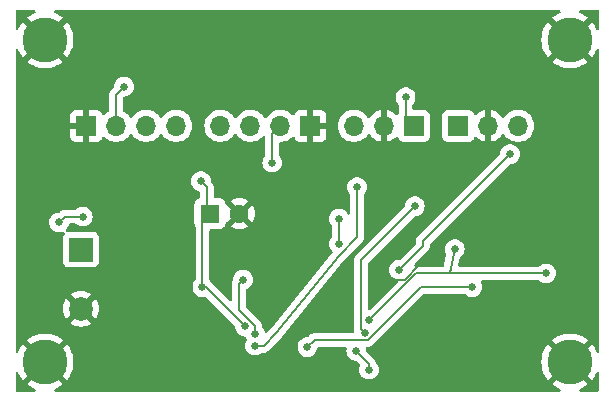
<source format=gbl>
G04 #@! TF.GenerationSoftware,KiCad,Pcbnew,8.0.3*
G04 #@! TF.CreationDate,2024-06-26T12:06:14-07:00*
G04 #@! TF.ProjectId,qiroll PAS digital logic,7169726f-6c6c-4205-9041-532064696769,rev?*
G04 #@! TF.SameCoordinates,Original*
G04 #@! TF.FileFunction,Copper,L2,Bot*
G04 #@! TF.FilePolarity,Positive*
%FSLAX46Y46*%
G04 Gerber Fmt 4.6, Leading zero omitted, Abs format (unit mm)*
G04 Created by KiCad (PCBNEW 8.0.3) date 2024-06-26 12:06:14*
%MOMM*%
%LPD*%
G01*
G04 APERTURE LIST*
G04 #@! TA.AperFunction,ComponentPad*
%ADD10R,1.600000X1.600000*%
G04 #@! TD*
G04 #@! TA.AperFunction,ComponentPad*
%ADD11C,1.600000*%
G04 #@! TD*
G04 #@! TA.AperFunction,ComponentPad*
%ADD12C,3.800000*%
G04 #@! TD*
G04 #@! TA.AperFunction,ComponentPad*
%ADD13R,1.700000X1.700000*%
G04 #@! TD*
G04 #@! TA.AperFunction,ComponentPad*
%ADD14O,1.700000X1.700000*%
G04 #@! TD*
G04 #@! TA.AperFunction,ComponentPad*
%ADD15R,2.000000X2.000000*%
G04 #@! TD*
G04 #@! TA.AperFunction,ComponentPad*
%ADD16C,2.000000*%
G04 #@! TD*
G04 #@! TA.AperFunction,ViaPad*
%ADD17C,0.650000*%
G04 #@! TD*
G04 #@! TA.AperFunction,Conductor*
%ADD18C,0.150000*%
G04 #@! TD*
G04 APERTURE END LIST*
D10*
G04 #@! TO.P,C12,1*
G04 #@! TO.N,VDD*
X128270000Y-111252000D03*
D11*
G04 #@! TO.P,C12,2*
G04 #@! TO.N,GND*
X130770000Y-111252000D03*
G04 #@! TD*
D12*
G04 #@! TO.P,H2,1,1*
G04 #@! TO.N,GND*
X114300000Y-123825000D03*
G04 #@! TD*
G04 #@! TO.P,H3,1,1*
G04 #@! TO.N,GND*
X158750000Y-96520000D03*
G04 #@! TD*
G04 #@! TO.P,H4,1,1*
G04 #@! TO.N,GND*
X114300000Y-96520000D03*
G04 #@! TD*
G04 #@! TO.P,H1,1,1*
G04 #@! TO.N,GND*
X158750000Y-123825000D03*
G04 #@! TD*
D13*
G04 #@! TO.P,J2,1,Pin_1*
G04 #@! TO.N,GND*
X136779000Y-103822500D03*
D14*
G04 #@! TO.P,J2,2,Pin_2*
G04 #@! TO.N,Net-(D2-K)*
X134239000Y-103822500D03*
G04 #@! TO.P,J2,3,Pin_3*
G04 #@! TO.N,Net-(J2-Pin_3)*
X131699000Y-103822500D03*
G04 #@! TO.P,J2,4,Pin_4*
G04 #@! TO.N,Net-(J2-Pin_4)*
X129159000Y-103822500D03*
G04 #@! TD*
D13*
G04 #@! TO.P,J3,1,Pin_1*
G04 #@! TO.N,VDD*
X145542000Y-103822500D03*
D14*
G04 #@! TO.P,J3,2,Pin_2*
G04 #@! TO.N,GND*
X143002000Y-103822500D03*
G04 #@! TO.P,J3,3,Pin_3*
G04 #@! TO.N,Net-(J3-Pin_3)*
X140462000Y-103822500D03*
G04 #@! TD*
D13*
G04 #@! TO.P,J4,1,Pin_1*
G04 #@! TO.N,GND*
X117792500Y-103822500D03*
D14*
G04 #@! TO.P,J4,2,Pin_2*
G04 #@! TO.N,Net-(J4-Pin_2)*
X120332500Y-103822500D03*
G04 #@! TO.P,J4,3,Pin_3*
G04 #@! TO.N,Net-(J4-Pin_3)*
X122872500Y-103822500D03*
G04 #@! TO.P,J4,4,Pin_4*
G04 #@! TO.N,Net-(D2-A)*
X125412500Y-103822500D03*
G04 #@! TD*
D13*
G04 #@! TO.P,J5,1,Pin_1*
G04 #@! TO.N,Net-(D2-K)*
X149288500Y-103822500D03*
D14*
G04 #@! TO.P,J5,2,Pin_2*
G04 #@! TO.N,GND*
X151828500Y-103822500D03*
G04 #@! TO.P,J5,3,Pin_3*
G04 #@! TO.N,Net-(J4-Pin_2)*
X154368500Y-103822500D03*
G04 #@! TD*
D15*
G04 #@! TO.P,C10,1*
G04 #@! TO.N,Net-(D1-K)*
X117348000Y-114300000D03*
D16*
G04 #@! TO.P,C10,2*
G04 #@! TO.N,GND*
X117348000Y-119300000D03*
G04 #@! TD*
D17*
G04 #@! TO.N,VDD*
X115500000Y-112000000D03*
X117500000Y-111500000D03*
G04 #@! TO.N,Net-(J4-Pin_2)*
X121000000Y-100500000D03*
G04 #@! TO.N,VDD*
X127500000Y-108500000D03*
G04 #@! TO.N,GND*
X160020000Y-116205000D03*
X125679200Y-111353600D03*
X124612400Y-112420400D03*
X122326400Y-110439200D03*
X122885200Y-109677200D03*
X124612400Y-111353600D03*
X125679200Y-112420400D03*
X146050000Y-125051800D03*
X153810000Y-122234600D03*
X124968000Y-110439200D03*
X145796000Y-120396000D03*
X132588000Y-119380000D03*
X156210000Y-99060000D03*
X122000000Y-116000000D03*
X122123200Y-113690400D03*
X153735000Y-109220000D03*
X132080000Y-125095000D03*
X123596400Y-110439200D03*
X127000000Y-125095000D03*
X132080000Y-123825000D03*
X142305000Y-116205000D03*
X156845000Y-106045000D03*
X136525000Y-121285000D03*
X156210500Y-125454300D03*
X121500000Y-115000000D03*
G04 #@! TO.N,Net-(U1-Pad10)*
X140732300Y-109004300D03*
X132080000Y-122428000D03*
G04 #@! TO.N,Net-(D2-K)*
X133553200Y-106934000D03*
X144283400Y-116015900D03*
X153670000Y-106222800D03*
G04 #@! TO.N,Net-(D4-A)*
X132080000Y-121412000D03*
X131064000Y-116840000D03*
G04 #@! TO.N,Net-(U1-Pad11)*
X139192000Y-113792000D03*
X139192000Y-111687900D03*
G04 #@! TO.N,VDD*
X136525000Y-122555000D03*
X150495000Y-117475000D03*
X144830800Y-101396800D03*
X131241300Y-120802400D03*
X127635000Y-117475000D03*
G04 #@! TO.N,Net-(U2A-C)*
X156750500Y-116316300D03*
X141744400Y-120289100D03*
X149000000Y-114257300D03*
G04 #@! TO.N,Net-(U2B-R)*
X141361300Y-121369990D03*
X140666264Y-122886264D03*
X145608100Y-110630600D03*
X141732000Y-124460000D03*
G04 #@! TD*
D18*
G04 #@! TO.N,VDD*
X117500000Y-111500000D02*
X116000000Y-111500000D01*
X116000000Y-111500000D02*
X115500000Y-112000000D01*
G04 #@! TO.N,Net-(J4-Pin_2)*
X120332500Y-101167500D02*
X121000000Y-100500000D01*
X120332500Y-103822500D02*
X120332500Y-101167500D01*
G04 #@! TO.N,VDD*
X128000000Y-109000000D02*
X127500000Y-108500000D01*
X128000000Y-110982000D02*
X128000000Y-109000000D01*
X128270000Y-111252000D02*
X128000000Y-110982000D01*
G04 #@! TO.N,GND*
X146000000Y-115500000D02*
X146000000Y-115609236D01*
X144769236Y-116840000D02*
X146000000Y-115609236D01*
X143510000Y-116840000D02*
X144769236Y-116840000D01*
G04 #@! TO.N,Net-(U1-Pad10)*
X139192000Y-114808000D02*
X140732300Y-113267700D01*
X139192000Y-114808000D02*
X133857400Y-121398700D01*
X132080000Y-122428000D02*
X132828100Y-122428000D01*
X132828100Y-122428000D02*
X133857400Y-121398700D01*
X140732300Y-113267700D02*
X140732300Y-109004300D01*
G04 #@! TO.N,Net-(D2-K)*
X153670000Y-106222800D02*
X153670000Y-106222800D01*
X144283400Y-116015900D02*
X146300000Y-113999300D01*
X133553200Y-104508300D02*
X134239000Y-103822500D01*
X146300000Y-113592800D02*
X153670000Y-106222800D01*
X133553200Y-106934000D02*
X133553200Y-104508300D01*
X146300000Y-113999300D02*
X146300000Y-113592800D01*
G04 #@! TO.N,Net-(D4-A)*
X131064000Y-116840000D02*
X130708400Y-117195600D01*
X132080000Y-120751600D02*
X132080000Y-121412000D01*
X130708400Y-117195600D02*
X130708400Y-119380000D01*
X130708400Y-119380000D02*
X132080000Y-120751600D01*
G04 #@! TO.N,Net-(U1-Pad11)*
X139192000Y-111687900D02*
X139192000Y-113792000D01*
G04 #@! TO.N,VDD*
X127635000Y-117475000D02*
X127635000Y-111887000D01*
X127635000Y-111887000D02*
X128270000Y-111252000D01*
X144830800Y-103111300D02*
X145542000Y-103822500D01*
X144830800Y-101396800D02*
X144830800Y-103111300D01*
X141646812Y-121949990D02*
X137130010Y-121949990D01*
X146121802Y-117475000D02*
X141646812Y-121949990D01*
X127913900Y-117475000D02*
X127635000Y-117475000D01*
X137130010Y-121949990D02*
X136525000Y-122555000D01*
X131241300Y-120802400D02*
X127913900Y-117475000D01*
X150495000Y-117475000D02*
X146121802Y-117475000D01*
G04 #@! TO.N,Net-(U2A-C)*
X145717200Y-116316300D02*
X148561100Y-116316300D01*
X148561100Y-116316300D02*
X156750500Y-116316300D01*
X148561100Y-116316300D02*
X149000000Y-114257300D01*
X141744400Y-120289100D02*
X145717200Y-116316300D01*
G04 #@! TO.N,Net-(U2B-R)*
X140716000Y-122936000D02*
X140666264Y-122886264D01*
X141732000Y-123952000D02*
X140716000Y-122936000D01*
X141036301Y-121044991D02*
X141036301Y-115202399D01*
X141361300Y-121369990D02*
X141036301Y-121044991D01*
X141036301Y-115202399D02*
X145608100Y-110630600D01*
X141732000Y-124460000D02*
X141732000Y-123952000D01*
G04 #@! TD*
G04 #@! TA.AperFunction,Conductor*
G04 #@! TO.N,GND*
G36*
X113460967Y-124541602D02*
G01*
X113583398Y-124664033D01*
X113720538Y-124763670D01*
X112784114Y-125700093D01*
X112784114Y-125700095D01*
X113007171Y-125862156D01*
X113272696Y-126008130D01*
X113432364Y-126071348D01*
X113488338Y-126115023D01*
X113511814Y-126182026D01*
X113495338Y-126251084D01*
X113444142Y-126300273D01*
X113385980Y-126314500D01*
X111936500Y-126314500D01*
X111868379Y-126294498D01*
X111821886Y-126240842D01*
X111810500Y-126188500D01*
X111810500Y-124751088D01*
X111830502Y-124682967D01*
X111884158Y-124636474D01*
X111954432Y-124626370D01*
X112019012Y-124655864D01*
X112054716Y-124709715D01*
X112055216Y-124709518D01*
X112056149Y-124711876D01*
X112056335Y-124712156D01*
X112056675Y-124713205D01*
X112185679Y-124987351D01*
X112185686Y-124987365D01*
X112348028Y-125243176D01*
X112348031Y-125243181D01*
X112427069Y-125338720D01*
X113361328Y-124404460D01*
X113460967Y-124541602D01*
G37*
G04 #@! TD.AperFunction*
G04 #@! TA.AperFunction,Conductor*
G36*
X157904101Y-94050502D02*
G01*
X157950594Y-94104158D01*
X157960698Y-94174432D01*
X157931204Y-94239012D01*
X157882364Y-94273652D01*
X157722696Y-94336869D01*
X157457175Y-94482840D01*
X157234114Y-94644903D01*
X157234114Y-94644905D01*
X158170538Y-95581329D01*
X158033398Y-95680967D01*
X157910967Y-95803398D01*
X157811329Y-95940538D01*
X156877069Y-95006278D01*
X156877068Y-95006278D01*
X156798033Y-95101816D01*
X156798031Y-95101819D01*
X156635686Y-95357634D01*
X156635679Y-95357648D01*
X156506675Y-95631796D01*
X156506673Y-95631800D01*
X156413041Y-95919967D01*
X156413039Y-95919975D01*
X156356265Y-96217594D01*
X156356262Y-96217618D01*
X156337239Y-96519993D01*
X156337239Y-96520006D01*
X156356262Y-96822381D01*
X156356265Y-96822405D01*
X156413039Y-97120024D01*
X156413041Y-97120032D01*
X156506673Y-97408199D01*
X156506675Y-97408203D01*
X156635679Y-97682351D01*
X156635686Y-97682365D01*
X156798028Y-97938176D01*
X156798031Y-97938181D01*
X156877069Y-98033720D01*
X157811328Y-97099460D01*
X157910967Y-97236602D01*
X158033398Y-97359033D01*
X158170538Y-97458670D01*
X157234114Y-98395093D01*
X157234114Y-98395095D01*
X157457171Y-98557156D01*
X157722696Y-98703130D01*
X158004410Y-98814670D01*
X158004413Y-98814671D01*
X158297902Y-98890025D01*
X158297901Y-98890025D01*
X158598485Y-98927998D01*
X158598504Y-98928000D01*
X158901496Y-98928000D01*
X158901514Y-98927998D01*
X159202098Y-98890025D01*
X159495586Y-98814671D01*
X159495589Y-98814670D01*
X159777303Y-98703130D01*
X160042823Y-98557159D01*
X160265884Y-98395095D01*
X160265884Y-98395093D01*
X159329461Y-97458670D01*
X159466602Y-97359033D01*
X159589033Y-97236602D01*
X159688670Y-97099461D01*
X160622929Y-98033720D01*
X160622930Y-98033719D01*
X160701964Y-97938185D01*
X160701967Y-97938181D01*
X160864313Y-97682365D01*
X160864320Y-97682351D01*
X160993324Y-97408205D01*
X160993665Y-97407156D01*
X160993842Y-97406896D01*
X160994784Y-97404518D01*
X160995322Y-97404731D01*
X161033737Y-97348549D01*
X161099133Y-97320910D01*
X161169090Y-97333014D01*
X161221398Y-97381018D01*
X161239500Y-97446088D01*
X161239500Y-122898911D01*
X161219498Y-122967032D01*
X161165842Y-123013525D01*
X161095568Y-123023629D01*
X161030988Y-122994135D01*
X160995282Y-122940284D01*
X160994784Y-122940482D01*
X160993851Y-122938126D01*
X160993668Y-122937850D01*
X160993329Y-122936807D01*
X160993324Y-122936796D01*
X160864320Y-122662648D01*
X160864313Y-122662634D01*
X160701971Y-122406823D01*
X160701968Y-122406819D01*
X160622929Y-122311278D01*
X159688669Y-123245537D01*
X159589033Y-123108398D01*
X159466602Y-122985967D01*
X159329461Y-122886329D01*
X160265884Y-121949905D01*
X160265884Y-121949903D01*
X160042828Y-121787843D01*
X159777303Y-121641869D01*
X159495589Y-121530329D01*
X159495586Y-121530328D01*
X159202097Y-121454974D01*
X159202098Y-121454974D01*
X158901514Y-121417001D01*
X158901496Y-121417000D01*
X158598504Y-121417000D01*
X158598485Y-121417001D01*
X158297901Y-121454974D01*
X158004413Y-121530328D01*
X158004410Y-121530329D01*
X157722696Y-121641869D01*
X157457175Y-121787840D01*
X157234114Y-121949903D01*
X157234114Y-121949905D01*
X158170538Y-122886329D01*
X158033398Y-122985967D01*
X157910967Y-123108398D01*
X157811329Y-123245538D01*
X156877069Y-122311278D01*
X156877068Y-122311278D01*
X156798033Y-122406816D01*
X156798031Y-122406819D01*
X156635686Y-122662634D01*
X156635679Y-122662648D01*
X156506675Y-122936796D01*
X156506673Y-122936800D01*
X156413041Y-123224967D01*
X156413039Y-123224975D01*
X156356265Y-123522594D01*
X156356262Y-123522618D01*
X156337239Y-123824993D01*
X156337239Y-123825006D01*
X156356262Y-124127381D01*
X156356265Y-124127405D01*
X156413039Y-124425024D01*
X156413041Y-124425032D01*
X156506673Y-124713199D01*
X156506675Y-124713203D01*
X156635679Y-124987351D01*
X156635686Y-124987365D01*
X156798028Y-125243176D01*
X156798031Y-125243181D01*
X156877069Y-125338720D01*
X157811328Y-124404460D01*
X157910967Y-124541602D01*
X158033398Y-124664033D01*
X158170538Y-124763670D01*
X157234114Y-125700093D01*
X157234114Y-125700095D01*
X157457171Y-125862156D01*
X157722696Y-126008130D01*
X157882364Y-126071348D01*
X157938338Y-126115023D01*
X157961814Y-126182026D01*
X157945338Y-126251084D01*
X157894142Y-126300273D01*
X157835980Y-126314500D01*
X115214020Y-126314500D01*
X115145899Y-126294498D01*
X115099406Y-126240842D01*
X115089302Y-126170568D01*
X115118796Y-126105988D01*
X115167636Y-126071348D01*
X115327303Y-126008130D01*
X115592823Y-125862159D01*
X115815884Y-125700095D01*
X115815884Y-125700093D01*
X114879461Y-124763670D01*
X115016602Y-124664033D01*
X115139033Y-124541602D01*
X115238670Y-124404461D01*
X116172929Y-125338720D01*
X116172930Y-125338719D01*
X116251964Y-125243185D01*
X116251967Y-125243181D01*
X116414313Y-124987365D01*
X116414320Y-124987351D01*
X116543324Y-124713203D01*
X116543326Y-124713199D01*
X116636958Y-124425032D01*
X116636960Y-124425024D01*
X116693734Y-124127405D01*
X116693737Y-124127381D01*
X116712761Y-123825006D01*
X116712761Y-123824993D01*
X116693737Y-123522618D01*
X116693734Y-123522594D01*
X116636960Y-123224975D01*
X116636958Y-123224967D01*
X116543326Y-122936800D01*
X116543324Y-122936796D01*
X116414320Y-122662648D01*
X116414313Y-122662634D01*
X116251971Y-122406823D01*
X116251968Y-122406819D01*
X116172929Y-122311278D01*
X115238669Y-123245537D01*
X115139033Y-123108398D01*
X115016602Y-122985967D01*
X114879461Y-122886329D01*
X115815884Y-121949905D01*
X115815884Y-121949903D01*
X115592828Y-121787843D01*
X115327303Y-121641869D01*
X115045589Y-121530329D01*
X115045586Y-121530328D01*
X114752097Y-121454974D01*
X114752098Y-121454974D01*
X114451514Y-121417001D01*
X114451496Y-121417000D01*
X114148504Y-121417000D01*
X114148485Y-121417001D01*
X113847901Y-121454974D01*
X113554413Y-121530328D01*
X113554410Y-121530329D01*
X113272696Y-121641869D01*
X113007175Y-121787840D01*
X112784114Y-121949903D01*
X112784114Y-121949905D01*
X113720538Y-122886329D01*
X113583398Y-122985967D01*
X113460967Y-123108398D01*
X113361329Y-123245538D01*
X112427069Y-122311278D01*
X112427068Y-122311278D01*
X112348033Y-122406816D01*
X112348031Y-122406819D01*
X112185686Y-122662634D01*
X112185679Y-122662648D01*
X112056675Y-122936796D01*
X112056670Y-122936807D01*
X112056332Y-122937850D01*
X112056156Y-122938107D01*
X112055216Y-122940482D01*
X112054677Y-122940268D01*
X112016257Y-122996455D01*
X111950860Y-123024090D01*
X111880903Y-123011982D01*
X111828598Y-122963974D01*
X111810500Y-122898911D01*
X111810500Y-119300000D01*
X115835337Y-119300000D01*
X115853960Y-119536632D01*
X115909371Y-119767437D01*
X116000208Y-119986738D01*
X116114896Y-120173890D01*
X116114897Y-120173890D01*
X116863841Y-119424946D01*
X116882075Y-119492993D01*
X116947901Y-119607007D01*
X117040993Y-119700099D01*
X117155007Y-119765925D01*
X117223051Y-119784157D01*
X116474107Y-120533101D01*
X116474108Y-120533102D01*
X116661261Y-120647791D01*
X116880562Y-120738628D01*
X117111367Y-120794039D01*
X117348000Y-120812662D01*
X117584632Y-120794039D01*
X117815437Y-120738628D01*
X118034738Y-120647791D01*
X118221890Y-120533102D01*
X118221891Y-120533102D01*
X117472947Y-119784158D01*
X117540993Y-119765925D01*
X117655007Y-119700099D01*
X117748099Y-119607007D01*
X117813925Y-119492993D01*
X117832158Y-119424947D01*
X118581102Y-120173891D01*
X118581102Y-120173890D01*
X118695791Y-119986738D01*
X118786628Y-119767437D01*
X118842039Y-119536632D01*
X118860662Y-119300000D01*
X118842039Y-119063367D01*
X118786628Y-118832562D01*
X118695791Y-118613261D01*
X118581102Y-118426108D01*
X118581101Y-118426107D01*
X117832157Y-119175051D01*
X117813925Y-119107007D01*
X117748099Y-118992993D01*
X117655007Y-118899901D01*
X117540993Y-118834075D01*
X117472946Y-118815841D01*
X118221890Y-118066897D01*
X118221890Y-118066896D01*
X118034738Y-117952208D01*
X117815437Y-117861371D01*
X117584632Y-117805960D01*
X117348000Y-117787337D01*
X117111367Y-117805960D01*
X116880562Y-117861371D01*
X116661266Y-117952206D01*
X116474108Y-118066897D01*
X116474108Y-118066898D01*
X117223052Y-118815842D01*
X117155007Y-118834075D01*
X117040993Y-118899901D01*
X116947901Y-118992993D01*
X116882075Y-119107007D01*
X116863842Y-119175052D01*
X116114898Y-118426108D01*
X116114897Y-118426108D01*
X116000206Y-118613266D01*
X115909371Y-118832562D01*
X115853960Y-119063367D01*
X115835337Y-119300000D01*
X111810500Y-119300000D01*
X111810500Y-112000000D01*
X114661909Y-112000000D01*
X114680222Y-112174248D01*
X114704693Y-112249558D01*
X114734366Y-112340882D01*
X114753728Y-112374419D01*
X114821968Y-112492615D01*
X114821969Y-112492617D01*
X114935207Y-112618379D01*
X114939208Y-112622823D01*
X115080954Y-112725808D01*
X115241016Y-112797072D01*
X115412396Y-112833500D01*
X115587604Y-112833500D01*
X115758984Y-112797072D01*
X115812226Y-112773366D01*
X115882593Y-112763932D01*
X115946890Y-112794038D01*
X115984704Y-112854126D01*
X115984029Y-112925120D01*
X115964344Y-112963982D01*
X115897113Y-113053792D01*
X115897110Y-113053797D01*
X115846011Y-113190795D01*
X115846009Y-113190803D01*
X115839500Y-113251350D01*
X115839500Y-115348649D01*
X115846009Y-115409196D01*
X115846011Y-115409204D01*
X115897110Y-115546202D01*
X115897112Y-115546207D01*
X115984738Y-115663261D01*
X116101792Y-115750887D01*
X116101794Y-115750888D01*
X116101796Y-115750889D01*
X116159908Y-115772564D01*
X116238795Y-115801988D01*
X116238803Y-115801990D01*
X116299350Y-115808499D01*
X116299355Y-115808499D01*
X116299362Y-115808500D01*
X116299368Y-115808500D01*
X118396632Y-115808500D01*
X118396638Y-115808500D01*
X118396645Y-115808499D01*
X118396649Y-115808499D01*
X118457196Y-115801990D01*
X118457199Y-115801989D01*
X118457201Y-115801989D01*
X118594204Y-115750889D01*
X118645088Y-115712798D01*
X118711261Y-115663261D01*
X118798887Y-115546207D01*
X118798887Y-115546206D01*
X118798889Y-115546204D01*
X118849989Y-115409201D01*
X118850206Y-115407188D01*
X118856499Y-115348649D01*
X118856500Y-115348632D01*
X118856500Y-113251360D01*
X118856499Y-113251350D01*
X118849990Y-113190803D01*
X118849988Y-113190795D01*
X118798889Y-113053797D01*
X118798887Y-113053792D01*
X118711261Y-112936738D01*
X118594207Y-112849112D01*
X118594202Y-112849110D01*
X118457204Y-112798011D01*
X118457196Y-112798009D01*
X118396649Y-112791500D01*
X118396638Y-112791500D01*
X116299362Y-112791500D01*
X116299350Y-112791500D01*
X116238803Y-112798009D01*
X116238796Y-112798011D01*
X116214908Y-112806921D01*
X116144092Y-112811985D01*
X116081780Y-112777959D01*
X116047756Y-112715646D01*
X116052822Y-112644831D01*
X116077239Y-112604556D01*
X116178030Y-112492618D01*
X116265634Y-112340882D01*
X116319777Y-112174249D01*
X116320975Y-112170563D01*
X116361049Y-112111958D01*
X116426446Y-112084321D01*
X116440808Y-112083500D01*
X116847703Y-112083500D01*
X116915824Y-112103502D01*
X116933894Y-112118861D01*
X116934304Y-112118407D01*
X116939204Y-112122818D01*
X116939208Y-112122823D01*
X117080954Y-112225808D01*
X117241016Y-112297072D01*
X117412396Y-112333500D01*
X117587604Y-112333500D01*
X117758984Y-112297072D01*
X117919046Y-112225808D01*
X118060792Y-112122823D01*
X118178030Y-111992618D01*
X118265634Y-111840882D01*
X118319777Y-111674249D01*
X118338091Y-111500000D01*
X118319777Y-111325751D01*
X118265634Y-111159118D01*
X118178030Y-111007382D01*
X118060792Y-110877177D01*
X117919046Y-110774192D01*
X117758984Y-110702928D01*
X117587604Y-110666500D01*
X117412396Y-110666500D01*
X117241015Y-110702928D01*
X117080950Y-110774194D01*
X116939210Y-110877175D01*
X116934304Y-110881593D01*
X116932886Y-110880018D01*
X116880891Y-110912051D01*
X116847703Y-110916500D01*
X116076820Y-110916500D01*
X115923181Y-110916500D01*
X115843655Y-110937808D01*
X115774780Y-110956263D01*
X115774773Y-110956266D01*
X115641726Y-111033081D01*
X115641721Y-111033085D01*
X115609732Y-111065075D01*
X115545210Y-111129596D01*
X115482901Y-111163620D01*
X115456117Y-111166500D01*
X115412396Y-111166500D01*
X115241015Y-111202928D01*
X115080950Y-111274194D01*
X114939210Y-111377175D01*
X114821969Y-111507382D01*
X114821968Y-111507384D01*
X114734369Y-111659112D01*
X114734366Y-111659119D01*
X114680222Y-111825751D01*
X114661909Y-112000000D01*
X111810500Y-112000000D01*
X111810500Y-108500000D01*
X126661909Y-108500000D01*
X126680222Y-108674248D01*
X126707809Y-108759150D01*
X126734366Y-108840882D01*
X126821970Y-108992618D01*
X126939208Y-109122823D01*
X127080954Y-109225808D01*
X127241016Y-109297072D01*
X127316696Y-109313158D01*
X127379170Y-109346886D01*
X127413491Y-109409035D01*
X127416500Y-109436405D01*
X127416500Y-109841752D01*
X127396498Y-109909873D01*
X127342842Y-109956366D01*
X127334533Y-109959807D01*
X127223797Y-110001110D01*
X127223792Y-110001112D01*
X127106738Y-110088738D01*
X127019112Y-110205792D01*
X127019110Y-110205797D01*
X126968011Y-110342795D01*
X126968009Y-110342803D01*
X126961500Y-110403350D01*
X126961500Y-112100649D01*
X126968009Y-112161196D01*
X126968011Y-112161204D01*
X127019109Y-112298201D01*
X127019110Y-112298202D01*
X127019111Y-112298204D01*
X127026369Y-112307899D01*
X127051179Y-112374419D01*
X127051500Y-112383407D01*
X127051500Y-116829028D01*
X127031498Y-116897149D01*
X127019137Y-116913338D01*
X126956969Y-116982382D01*
X126956968Y-116982384D01*
X126878220Y-117118782D01*
X126869366Y-117134118D01*
X126864271Y-117149800D01*
X126815222Y-117300751D01*
X126796909Y-117475000D01*
X126815222Y-117649248D01*
X126820216Y-117664616D01*
X126869366Y-117815882D01*
X126869369Y-117815887D01*
X126956968Y-117967615D01*
X126956969Y-117967617D01*
X127070641Y-118093861D01*
X127074208Y-118097823D01*
X127215954Y-118200808D01*
X127376016Y-118272072D01*
X127547396Y-118308500D01*
X127722600Y-118308500D01*
X127722604Y-118308500D01*
X127820302Y-118287733D01*
X127891090Y-118293135D01*
X127935591Y-118321885D01*
X130370143Y-120756437D01*
X130404169Y-120818749D01*
X130406358Y-120832362D01*
X130421522Y-120976648D01*
X130449109Y-121061550D01*
X130475666Y-121143282D01*
X130475669Y-121143287D01*
X130548949Y-121270214D01*
X130563270Y-121295018D01*
X130680508Y-121425223D01*
X130822254Y-121528208D01*
X130982316Y-121599472D01*
X131153696Y-121635900D01*
X131184812Y-121635900D01*
X131252933Y-121655902D01*
X131299426Y-121709558D01*
X131304641Y-121722954D01*
X131309771Y-121738739D01*
X131314366Y-121752882D01*
X131374478Y-121857001D01*
X131391215Y-121925997D01*
X131374478Y-121982999D01*
X131314367Y-122087115D01*
X131314366Y-122087119D01*
X131260222Y-122253751D01*
X131241909Y-122428000D01*
X131260222Y-122602248D01*
X131279848Y-122662648D01*
X131314366Y-122768882D01*
X131314369Y-122768887D01*
X131401968Y-122920615D01*
X131401969Y-122920617D01*
X131468166Y-122994135D01*
X131519208Y-123050823D01*
X131660954Y-123153808D01*
X131821016Y-123225072D01*
X131992396Y-123261500D01*
X132167604Y-123261500D01*
X132338984Y-123225072D01*
X132499046Y-123153808D01*
X132640792Y-123050823D01*
X132640800Y-123050814D01*
X132645696Y-123046407D01*
X132647113Y-123047981D01*
X132699109Y-123015949D01*
X132732297Y-123011500D01*
X132904917Y-123011500D01*
X132904919Y-123011500D01*
X133053323Y-122971735D01*
X133141860Y-122920618D01*
X133186378Y-122894916D01*
X133526293Y-122555000D01*
X135686909Y-122555000D01*
X135705222Y-122729248D01*
X135718102Y-122768887D01*
X135759366Y-122895882D01*
X135773646Y-122920616D01*
X135827286Y-123013525D01*
X135846970Y-123047618D01*
X135964208Y-123177823D01*
X136105954Y-123280808D01*
X136266016Y-123352072D01*
X136437396Y-123388500D01*
X136612604Y-123388500D01*
X136783984Y-123352072D01*
X136944046Y-123280808D01*
X137085792Y-123177823D01*
X137203030Y-123047618D01*
X137290634Y-122895882D01*
X137344777Y-122729249D01*
X137353493Y-122646319D01*
X137380506Y-122580663D01*
X137438727Y-122540033D01*
X137478803Y-122533490D01*
X139731069Y-122533490D01*
X139799190Y-122553492D01*
X139845683Y-122607148D01*
X139855787Y-122677422D01*
X139850902Y-122698427D01*
X139846486Y-122712015D01*
X139828173Y-122886264D01*
X139846486Y-123060512D01*
X139862046Y-123108398D01*
X139900630Y-123227146D01*
X139988234Y-123378882D01*
X140105472Y-123509087D01*
X140247218Y-123612072D01*
X140407280Y-123683336D01*
X140578660Y-123719764D01*
X140622380Y-123719764D01*
X140690501Y-123739766D01*
X140711475Y-123756669D01*
X140938267Y-123983461D01*
X140972293Y-124045773D01*
X140967516Y-124112550D01*
X140968406Y-124112839D01*
X140967239Y-124116429D01*
X140967228Y-124116588D01*
X140967031Y-124117068D01*
X140912222Y-124285751D01*
X140893909Y-124460000D01*
X140912222Y-124634248D01*
X140929044Y-124686018D01*
X140966366Y-124800882D01*
X140966369Y-124800887D01*
X141053968Y-124952615D01*
X141053969Y-124952617D01*
X141085257Y-124987365D01*
X141171208Y-125082823D01*
X141312954Y-125185808D01*
X141473016Y-125257072D01*
X141644396Y-125293500D01*
X141819604Y-125293500D01*
X141990984Y-125257072D01*
X142151046Y-125185808D01*
X142292792Y-125082823D01*
X142410030Y-124952618D01*
X142497634Y-124800882D01*
X142551777Y-124634249D01*
X142570091Y-124460000D01*
X142551777Y-124285751D01*
X142497634Y-124119118D01*
X142410030Y-123967382D01*
X142330863Y-123879459D01*
X142302793Y-123827760D01*
X142275735Y-123726777D01*
X142209510Y-123612072D01*
X142198916Y-123593722D01*
X141537420Y-122932226D01*
X141503394Y-122869914D01*
X141501207Y-122856312D01*
X141486041Y-122712015D01*
X141481626Y-122698427D01*
X141479598Y-122627459D01*
X141516260Y-122566661D01*
X141579972Y-122535336D01*
X141601459Y-122533490D01*
X141723629Y-122533490D01*
X141723631Y-122533490D01*
X141872035Y-122493725D01*
X141985874Y-122428000D01*
X142005090Y-122416906D01*
X146326590Y-118095404D01*
X146388902Y-118061380D01*
X146415685Y-118058500D01*
X149842703Y-118058500D01*
X149910824Y-118078502D01*
X149928894Y-118093861D01*
X149929304Y-118093407D01*
X149934204Y-118097818D01*
X149934208Y-118097823D01*
X150075954Y-118200808D01*
X150236016Y-118272072D01*
X150407396Y-118308500D01*
X150582604Y-118308500D01*
X150753984Y-118272072D01*
X150914046Y-118200808D01*
X151055792Y-118097823D01*
X151173030Y-117967618D01*
X151260634Y-117815882D01*
X151314777Y-117649249D01*
X151333091Y-117475000D01*
X151314777Y-117300751D01*
X151260634Y-117134118D01*
X151234470Y-117088800D01*
X151217732Y-117019804D01*
X151240953Y-116952712D01*
X151296760Y-116908825D01*
X151343589Y-116899800D01*
X156098203Y-116899800D01*
X156166324Y-116919802D01*
X156184394Y-116935161D01*
X156184804Y-116934707D01*
X156189704Y-116939118D01*
X156189708Y-116939123D01*
X156331454Y-117042108D01*
X156491516Y-117113372D01*
X156662896Y-117149800D01*
X156838104Y-117149800D01*
X157009484Y-117113372D01*
X157169546Y-117042108D01*
X157311292Y-116939123D01*
X157428530Y-116808918D01*
X157516134Y-116657182D01*
X157570277Y-116490549D01*
X157588591Y-116316300D01*
X157570277Y-116142051D01*
X157516134Y-115975418D01*
X157428530Y-115823682D01*
X157311292Y-115693477D01*
X157169546Y-115590492D01*
X157009484Y-115519228D01*
X156838104Y-115482800D01*
X156662896Y-115482800D01*
X156491515Y-115519228D01*
X156331450Y-115590494D01*
X156189710Y-115693475D01*
X156184804Y-115697893D01*
X156183386Y-115696318D01*
X156131391Y-115728351D01*
X156098203Y-115732800D01*
X149437778Y-115732800D01*
X149369657Y-115712798D01*
X149323164Y-115659142D01*
X149313060Y-115588868D01*
X149314547Y-115580532D01*
X149376457Y-115290094D01*
X149436007Y-115010727D01*
X149469771Y-114948274D01*
X149485170Y-114935065D01*
X149560792Y-114880123D01*
X149678030Y-114749918D01*
X149765634Y-114598182D01*
X149819777Y-114431549D01*
X149838091Y-114257300D01*
X149819777Y-114083051D01*
X149765634Y-113916418D01*
X149678030Y-113764682D01*
X149560792Y-113634477D01*
X149419046Y-113531492D01*
X149258984Y-113460228D01*
X149087604Y-113423800D01*
X148912396Y-113423800D01*
X148741015Y-113460228D01*
X148580950Y-113531494D01*
X148439210Y-113634475D01*
X148321969Y-113764682D01*
X148321968Y-113764684D01*
X148234369Y-113916412D01*
X148234366Y-113916419D01*
X148180222Y-114083051D01*
X148161909Y-114257300D01*
X148180222Y-114431548D01*
X148193996Y-114473938D01*
X148234365Y-114598180D01*
X148234367Y-114598184D01*
X148280539Y-114678158D01*
X148297276Y-114747154D01*
X148294650Y-114767425D01*
X148110129Y-115633068D01*
X148076365Y-115695522D01*
X148014196Y-115729807D01*
X147986898Y-115732800D01*
X145695884Y-115732800D01*
X145627763Y-115712798D01*
X145581270Y-115659142D01*
X145571166Y-115588868D01*
X145600660Y-115524288D01*
X145606789Y-115517705D01*
X146766910Y-114357584D01*
X146766910Y-114357583D01*
X146766916Y-114357578D01*
X146824811Y-114257300D01*
X146843735Y-114224523D01*
X146883500Y-114076119D01*
X146883500Y-113886684D01*
X146903502Y-113818563D01*
X146920405Y-113797589D01*
X153624789Y-107093205D01*
X153687101Y-107059179D01*
X153713884Y-107056300D01*
X153757604Y-107056300D01*
X153928984Y-107019872D01*
X154089046Y-106948608D01*
X154230792Y-106845623D01*
X154348030Y-106715418D01*
X154435634Y-106563682D01*
X154489777Y-106397049D01*
X154508091Y-106222800D01*
X154489777Y-106048551D01*
X154435634Y-105881918D01*
X154348030Y-105730182D01*
X154230792Y-105599977D01*
X154089046Y-105496992D01*
X153928984Y-105425728D01*
X153757604Y-105389300D01*
X153582396Y-105389300D01*
X153411015Y-105425728D01*
X153250950Y-105496994D01*
X153109210Y-105599975D01*
X152991969Y-105730182D01*
X152991968Y-105730184D01*
X152904369Y-105881912D01*
X152904366Y-105881919D01*
X152850222Y-106048551D01*
X152835058Y-106192836D01*
X152808045Y-106258493D01*
X152798843Y-106268761D01*
X145833089Y-113234515D01*
X145833082Y-113234525D01*
X145823363Y-113251360D01*
X145823362Y-113251362D01*
X145756267Y-113367572D01*
X145756265Y-113367577D01*
X145722679Y-113492923D01*
X145716500Y-113515982D01*
X145716500Y-113705416D01*
X145696498Y-113773537D01*
X145679595Y-113794511D01*
X144328611Y-115145495D01*
X144266299Y-115179521D01*
X144239516Y-115182400D01*
X144195796Y-115182400D01*
X144024415Y-115218828D01*
X143864350Y-115290094D01*
X143722610Y-115393075D01*
X143605369Y-115523282D01*
X143605368Y-115523284D01*
X143517769Y-115675012D01*
X143517766Y-115675018D01*
X143505490Y-115712798D01*
X143463622Y-115841651D01*
X143445309Y-116015900D01*
X143463622Y-116190148D01*
X143472404Y-116217175D01*
X143517766Y-116356782D01*
X143517769Y-116356787D01*
X143599943Y-116499119D01*
X143605370Y-116508518D01*
X143722608Y-116638723D01*
X143864354Y-116741708D01*
X144024416Y-116812972D01*
X144103322Y-116829744D01*
X144165795Y-116863473D01*
X144200117Y-116925622D01*
X144195389Y-116996461D01*
X144166220Y-117042086D01*
X141834896Y-119373410D01*
X141772584Y-119407436D01*
X141701769Y-119402371D01*
X141644933Y-119359824D01*
X141620122Y-119293304D01*
X141619801Y-119284315D01*
X141619801Y-115496283D01*
X141639803Y-115428162D01*
X141656706Y-115407188D01*
X145562889Y-111501005D01*
X145625201Y-111466979D01*
X145651984Y-111464100D01*
X145695704Y-111464100D01*
X145867084Y-111427672D01*
X146027146Y-111356408D01*
X146168892Y-111253423D01*
X146286130Y-111123218D01*
X146373734Y-110971482D01*
X146427877Y-110804849D01*
X146446191Y-110630600D01*
X146427877Y-110456351D01*
X146373734Y-110289718D01*
X146286130Y-110137982D01*
X146168892Y-110007777D01*
X146027146Y-109904792D01*
X145867084Y-109833528D01*
X145695704Y-109797100D01*
X145520496Y-109797100D01*
X145349115Y-109833528D01*
X145189050Y-109904794D01*
X145047310Y-110007775D01*
X144930069Y-110137982D01*
X144930068Y-110137984D01*
X144842469Y-110289712D01*
X144842466Y-110289719D01*
X144788322Y-110456351D01*
X144773158Y-110600636D01*
X144746145Y-110666293D01*
X144736943Y-110676561D01*
X140569391Y-114844113D01*
X140569384Y-114844123D01*
X140536502Y-114901077D01*
X140492568Y-114977171D01*
X140492565Y-114977178D01*
X140467355Y-115071261D01*
X140452801Y-115125580D01*
X140452801Y-121121810D01*
X140475863Y-121207881D01*
X140474174Y-121278855D01*
X140434380Y-121337651D01*
X140369116Y-121365599D01*
X140354157Y-121366490D01*
X137053191Y-121366490D01*
X136990469Y-121383296D01*
X136904788Y-121406254D01*
X136904785Y-121406256D01*
X136871936Y-121425222D01*
X136871935Y-121425222D01*
X136771735Y-121483071D01*
X136771729Y-121483076D01*
X136670970Y-121583835D01*
X136570209Y-121684596D01*
X136507900Y-121718620D01*
X136481116Y-121721500D01*
X136437396Y-121721500D01*
X136266015Y-121757928D01*
X136105950Y-121829194D01*
X135964210Y-121932175D01*
X135846969Y-122062382D01*
X135846968Y-122062384D01*
X135759369Y-122214112D01*
X135759366Y-122214119D01*
X135705222Y-122380751D01*
X135686909Y-122555000D01*
X133526293Y-122555000D01*
X134230577Y-121850715D01*
X134245575Y-121837903D01*
X134262617Y-121825517D01*
X134287501Y-121794772D01*
X134296345Y-121784948D01*
X134324316Y-121756978D01*
X134334848Y-121738733D01*
X134346028Y-121722464D01*
X139622112Y-115204058D01*
X139630927Y-115194265D01*
X141199216Y-113625978D01*
X141262722Y-113515981D01*
X141276035Y-113492923D01*
X141315800Y-113344519D01*
X141315800Y-109650270D01*
X141335802Y-109582149D01*
X141348165Y-109565958D01*
X141410330Y-109496918D01*
X141497934Y-109345182D01*
X141552077Y-109178549D01*
X141570391Y-109004300D01*
X141552077Y-108830051D01*
X141497934Y-108663418D01*
X141410330Y-108511682D01*
X141293092Y-108381477D01*
X141151346Y-108278492D01*
X140991284Y-108207228D01*
X140819904Y-108170800D01*
X140644696Y-108170800D01*
X140473315Y-108207228D01*
X140313250Y-108278494D01*
X140171510Y-108381475D01*
X140054269Y-108511682D01*
X140054268Y-108511684D01*
X139966669Y-108663412D01*
X139966666Y-108663419D01*
X139912522Y-108830051D01*
X139894209Y-109004300D01*
X139912522Y-109178548D01*
X139940109Y-109263450D01*
X139966666Y-109345182D01*
X139966666Y-109345183D01*
X139966667Y-109345184D01*
X140054270Y-109496918D01*
X140116435Y-109565958D01*
X140147153Y-109629965D01*
X140148800Y-109650270D01*
X140148800Y-111207888D01*
X140128798Y-111276009D01*
X140075142Y-111322502D01*
X140004868Y-111332606D01*
X139940288Y-111303112D01*
X139913681Y-111270888D01*
X139870031Y-111195284D01*
X139870030Y-111195282D01*
X139752792Y-111065077D01*
X139611046Y-110962092D01*
X139450984Y-110890828D01*
X139279604Y-110854400D01*
X139104396Y-110854400D01*
X138933015Y-110890828D01*
X138772950Y-110962094D01*
X138631210Y-111065075D01*
X138513969Y-111195282D01*
X138513968Y-111195284D01*
X138426369Y-111347012D01*
X138426366Y-111347018D01*
X138423315Y-111356408D01*
X138372222Y-111513651D01*
X138353909Y-111687900D01*
X138372222Y-111862148D01*
X138399809Y-111947050D01*
X138426366Y-112028782D01*
X138426366Y-112028783D01*
X138426367Y-112028784D01*
X138513970Y-112180518D01*
X138576135Y-112249558D01*
X138606853Y-112313565D01*
X138608500Y-112333870D01*
X138608500Y-113146028D01*
X138588498Y-113214149D01*
X138576137Y-113230338D01*
X138513969Y-113299382D01*
X138513968Y-113299384D01*
X138426369Y-113451112D01*
X138426366Y-113451119D01*
X138372222Y-113617751D01*
X138353909Y-113792000D01*
X138372222Y-113966248D01*
X138399809Y-114051150D01*
X138426366Y-114132882D01*
X138426369Y-114132887D01*
X138498198Y-114257301D01*
X138513970Y-114284618D01*
X138626804Y-114409932D01*
X138657521Y-114473938D01*
X138648758Y-114544392D01*
X138631106Y-114573514D01*
X133427300Y-121002624D01*
X133418457Y-121012447D01*
X133114472Y-121316432D01*
X133052160Y-121350458D01*
X132981345Y-121345393D01*
X132924509Y-121302846D01*
X132901490Y-121244139D01*
X132901151Y-121244212D01*
X132900714Y-121242160D01*
X132900067Y-121240508D01*
X132899777Y-121237751D01*
X132845634Y-121071118D01*
X132758030Y-120919382D01*
X132695863Y-120850338D01*
X132665146Y-120786330D01*
X132663500Y-120766028D01*
X132663500Y-120674782D01*
X132656268Y-120647791D01*
X132623735Y-120526377D01*
X132576245Y-120444122D01*
X132546916Y-120393322D01*
X132546913Y-120393319D01*
X132546910Y-120393315D01*
X131328805Y-119175210D01*
X131294779Y-119112898D01*
X131291900Y-119086115D01*
X131291900Y-117732737D01*
X131311902Y-117664616D01*
X131365558Y-117618123D01*
X131366607Y-117617649D01*
X131483046Y-117565808D01*
X131624792Y-117462823D01*
X131742030Y-117332618D01*
X131829634Y-117180882D01*
X131883777Y-117014249D01*
X131902091Y-116840000D01*
X131883777Y-116665751D01*
X131829634Y-116499118D01*
X131742030Y-116347382D01*
X131624792Y-116217177D01*
X131483046Y-116114192D01*
X131322984Y-116042928D01*
X131151604Y-116006500D01*
X130976396Y-116006500D01*
X130805015Y-116042928D01*
X130644950Y-116114194D01*
X130503210Y-116217175D01*
X130385969Y-116347382D01*
X130385968Y-116347384D01*
X130298369Y-116499112D01*
X130298366Y-116499119D01*
X130244222Y-116665751D01*
X130225586Y-116843070D01*
X130209396Y-116892899D01*
X130164666Y-116970373D01*
X130164665Y-116970377D01*
X130126350Y-117113372D01*
X130124900Y-117118782D01*
X130124900Y-118556616D01*
X130104898Y-118624737D01*
X130051242Y-118671230D01*
X129980968Y-118681334D01*
X129916388Y-118651840D01*
X129909805Y-118645711D01*
X128415674Y-117151580D01*
X128395650Y-117125485D01*
X128313031Y-116982384D01*
X128313030Y-116982382D01*
X128250863Y-116913338D01*
X128220146Y-116849330D01*
X128218500Y-116829028D01*
X128218500Y-112686500D01*
X128238502Y-112618379D01*
X128292158Y-112571886D01*
X128344500Y-112560500D01*
X129118632Y-112560500D01*
X129118638Y-112560500D01*
X129118645Y-112560499D01*
X129118649Y-112560499D01*
X129179196Y-112553990D01*
X129179199Y-112553989D01*
X129179201Y-112553989D01*
X129316204Y-112502889D01*
X129329925Y-112492618D01*
X129433261Y-112415261D01*
X129520887Y-112298207D01*
X129520887Y-112298206D01*
X129520889Y-112298204D01*
X129571989Y-112161201D01*
X129575699Y-112126700D01*
X129578861Y-112097283D01*
X129579908Y-112097395D01*
X129602056Y-112034567D01*
X129658113Y-111991000D01*
X129674105Y-111988682D01*
X130370000Y-111292788D01*
X130370000Y-111304661D01*
X130397259Y-111406394D01*
X130449920Y-111497606D01*
X130524394Y-111572080D01*
X130615606Y-111624741D01*
X130717339Y-111652000D01*
X130729210Y-111652000D01*
X130042110Y-112339098D01*
X130042110Y-112339100D01*
X130113498Y-112389086D01*
X130320926Y-112485811D01*
X130320931Y-112485813D01*
X130541999Y-112545048D01*
X130541995Y-112545048D01*
X130770000Y-112564995D01*
X130998002Y-112545048D01*
X131219068Y-112485813D01*
X131219073Y-112485811D01*
X131426497Y-112389088D01*
X131497888Y-112339099D01*
X131497888Y-112339097D01*
X130810791Y-111652000D01*
X130822661Y-111652000D01*
X130924394Y-111624741D01*
X131015606Y-111572080D01*
X131090080Y-111497606D01*
X131142741Y-111406394D01*
X131170000Y-111304661D01*
X131170000Y-111292791D01*
X131857097Y-111979888D01*
X131857099Y-111979888D01*
X131907088Y-111908497D01*
X132003811Y-111701073D01*
X132003813Y-111701068D01*
X132063048Y-111480002D01*
X132082995Y-111252000D01*
X132063048Y-111023997D01*
X132003813Y-110802931D01*
X132003811Y-110802926D01*
X131907086Y-110595498D01*
X131857100Y-110524110D01*
X131857098Y-110524110D01*
X131170000Y-111211208D01*
X131170000Y-111199339D01*
X131142741Y-111097606D01*
X131090080Y-111006394D01*
X131015606Y-110931920D01*
X130924394Y-110879259D01*
X130822661Y-110852000D01*
X130810790Y-110852000D01*
X131497888Y-110164899D01*
X131497888Y-110164898D01*
X131426501Y-110114913D01*
X131219073Y-110018188D01*
X131219068Y-110018186D01*
X130998000Y-109958951D01*
X130998004Y-109958951D01*
X130770000Y-109939004D01*
X130541997Y-109958951D01*
X130320931Y-110018186D01*
X130320926Y-110018188D01*
X130113500Y-110114913D01*
X130042109Y-110164900D01*
X130729209Y-110852000D01*
X130717339Y-110852000D01*
X130615606Y-110879259D01*
X130524394Y-110931920D01*
X130449920Y-111006394D01*
X130397259Y-111097606D01*
X130370000Y-111199339D01*
X130370000Y-111211209D01*
X129671219Y-110512428D01*
X129645649Y-110507289D01*
X129594657Y-110457890D01*
X129579666Y-110406630D01*
X129578861Y-110406717D01*
X129571990Y-110342803D01*
X129571988Y-110342795D01*
X129520889Y-110205797D01*
X129520887Y-110205792D01*
X129433261Y-110088738D01*
X129316207Y-110001112D01*
X129316202Y-110001110D01*
X129179204Y-109950011D01*
X129179196Y-109950009D01*
X129118649Y-109943500D01*
X129118638Y-109943500D01*
X128709500Y-109943500D01*
X128641379Y-109923498D01*
X128594886Y-109869842D01*
X128583500Y-109817500D01*
X128583500Y-108923182D01*
X128561448Y-108840880D01*
X128555845Y-108819971D01*
X128543736Y-108774778D01*
X128485695Y-108674249D01*
X128466918Y-108641726D01*
X128466914Y-108641721D01*
X128371154Y-108545961D01*
X128337131Y-108483652D01*
X128334943Y-108470051D01*
X128319777Y-108325751D01*
X128265634Y-108159118D01*
X128178030Y-108007382D01*
X128060792Y-107877177D01*
X127919046Y-107774192D01*
X127758984Y-107702928D01*
X127587604Y-107666500D01*
X127412396Y-107666500D01*
X127241015Y-107702928D01*
X127080950Y-107774194D01*
X126939210Y-107877175D01*
X126821969Y-108007382D01*
X126821968Y-108007384D01*
X126734369Y-108159112D01*
X126734366Y-108159119D01*
X126680222Y-108325751D01*
X126661909Y-108500000D01*
X111810500Y-108500000D01*
X111810500Y-102923902D01*
X116434500Y-102923902D01*
X116434500Y-103568500D01*
X117361797Y-103568500D01*
X117326575Y-103629507D01*
X117292500Y-103756674D01*
X117292500Y-103888326D01*
X117326575Y-104015493D01*
X117361797Y-104076500D01*
X116434500Y-104076500D01*
X116434500Y-104721097D01*
X116441005Y-104781593D01*
X116492055Y-104918464D01*
X116492055Y-104918465D01*
X116579595Y-105035404D01*
X116696534Y-105122944D01*
X116833406Y-105173994D01*
X116893902Y-105180499D01*
X116893915Y-105180500D01*
X117538500Y-105180500D01*
X117538500Y-104253202D01*
X117599507Y-104288425D01*
X117726674Y-104322500D01*
X117858326Y-104322500D01*
X117985493Y-104288425D01*
X118046500Y-104253202D01*
X118046500Y-105180500D01*
X118691085Y-105180500D01*
X118691097Y-105180499D01*
X118751593Y-105173994D01*
X118888464Y-105122944D01*
X118888465Y-105122944D01*
X119005404Y-105035404D01*
X119092944Y-104918465D01*
X119137118Y-104800030D01*
X119179665Y-104743194D01*
X119246185Y-104718383D01*
X119315559Y-104733474D01*
X119347872Y-104758722D01*
X119385794Y-104799915D01*
X119409262Y-104825408D01*
X119463831Y-104867881D01*
X119586924Y-104963689D01*
X119784926Y-105070842D01*
X119784927Y-105070842D01*
X119784928Y-105070843D01*
X119896727Y-105109223D01*
X119997865Y-105143944D01*
X120219931Y-105181000D01*
X120219935Y-105181000D01*
X120445065Y-105181000D01*
X120445069Y-105181000D01*
X120667135Y-105143944D01*
X120880074Y-105070842D01*
X121078076Y-104963689D01*
X121255740Y-104825406D01*
X121408222Y-104659768D01*
X121408427Y-104659455D01*
X121415279Y-104648967D01*
X121497018Y-104523854D01*
X121551020Y-104477768D01*
X121621368Y-104468192D01*
X121685725Y-104498169D01*
X121707980Y-104523853D01*
X121741107Y-104574558D01*
X121796775Y-104659765D01*
X121796779Y-104659770D01*
X121949262Y-104825408D01*
X122003831Y-104867881D01*
X122126924Y-104963689D01*
X122324926Y-105070842D01*
X122324927Y-105070842D01*
X122324928Y-105070843D01*
X122436727Y-105109223D01*
X122537865Y-105143944D01*
X122759931Y-105181000D01*
X122759935Y-105181000D01*
X122985065Y-105181000D01*
X122985069Y-105181000D01*
X123207135Y-105143944D01*
X123420074Y-105070842D01*
X123618076Y-104963689D01*
X123795740Y-104825406D01*
X123948222Y-104659768D01*
X123948427Y-104659455D01*
X123955279Y-104648967D01*
X124037018Y-104523854D01*
X124091020Y-104477768D01*
X124161368Y-104468192D01*
X124225725Y-104498169D01*
X124247980Y-104523853D01*
X124281107Y-104574558D01*
X124336775Y-104659765D01*
X124336779Y-104659770D01*
X124489262Y-104825408D01*
X124543831Y-104867881D01*
X124666924Y-104963689D01*
X124864926Y-105070842D01*
X124864927Y-105070842D01*
X124864928Y-105070843D01*
X124976727Y-105109223D01*
X125077865Y-105143944D01*
X125299931Y-105181000D01*
X125299935Y-105181000D01*
X125525065Y-105181000D01*
X125525069Y-105181000D01*
X125747135Y-105143944D01*
X125960074Y-105070842D01*
X126158076Y-104963689D01*
X126335740Y-104825406D01*
X126488222Y-104659768D01*
X126488427Y-104659455D01*
X126495279Y-104648967D01*
X126611360Y-104471291D01*
X126701796Y-104265116D01*
X126757064Y-104046868D01*
X126775656Y-103822500D01*
X127795844Y-103822500D01*
X127811836Y-104015493D01*
X127814437Y-104046875D01*
X127869702Y-104265112D01*
X127869703Y-104265113D01*
X127960141Y-104471293D01*
X128083275Y-104659765D01*
X128083279Y-104659770D01*
X128235762Y-104825408D01*
X128290331Y-104867881D01*
X128413424Y-104963689D01*
X128611426Y-105070842D01*
X128611427Y-105070842D01*
X128611428Y-105070843D01*
X128723227Y-105109223D01*
X128824365Y-105143944D01*
X129046431Y-105181000D01*
X129046435Y-105181000D01*
X129271565Y-105181000D01*
X129271569Y-105181000D01*
X129493635Y-105143944D01*
X129706574Y-105070842D01*
X129904576Y-104963689D01*
X130082240Y-104825406D01*
X130234722Y-104659768D01*
X130234927Y-104659455D01*
X130241779Y-104648967D01*
X130323518Y-104523854D01*
X130377520Y-104477768D01*
X130447868Y-104468192D01*
X130512225Y-104498169D01*
X130534480Y-104523853D01*
X130567607Y-104574558D01*
X130623275Y-104659765D01*
X130623279Y-104659770D01*
X130775762Y-104825408D01*
X130830331Y-104867881D01*
X130953424Y-104963689D01*
X131151426Y-105070842D01*
X131151427Y-105070842D01*
X131151428Y-105070843D01*
X131263227Y-105109223D01*
X131364365Y-105143944D01*
X131586431Y-105181000D01*
X131586435Y-105181000D01*
X131811565Y-105181000D01*
X131811569Y-105181000D01*
X132033635Y-105143944D01*
X132246574Y-105070842D01*
X132444576Y-104963689D01*
X132622240Y-104825406D01*
X132750999Y-104685538D01*
X132811853Y-104648967D01*
X132882817Y-104651102D01*
X132941362Y-104691264D01*
X132968900Y-104756702D01*
X132969700Y-104770876D01*
X132969700Y-106288028D01*
X132949698Y-106356149D01*
X132937337Y-106372338D01*
X132875169Y-106441382D01*
X132875168Y-106441384D01*
X132787569Y-106593112D01*
X132787566Y-106593119D01*
X132733422Y-106759751D01*
X132715109Y-106934000D01*
X132733422Y-107108248D01*
X132761009Y-107193150D01*
X132787566Y-107274882D01*
X132875170Y-107426618D01*
X132992408Y-107556823D01*
X133134154Y-107659808D01*
X133294216Y-107731072D01*
X133465596Y-107767500D01*
X133640804Y-107767500D01*
X133812184Y-107731072D01*
X133972246Y-107659808D01*
X134113992Y-107556823D01*
X134231230Y-107426618D01*
X134318834Y-107274882D01*
X134372977Y-107108249D01*
X134391291Y-106934000D01*
X134372977Y-106759751D01*
X134318834Y-106593118D01*
X134231230Y-106441382D01*
X134169063Y-106372338D01*
X134138346Y-106308330D01*
X134136700Y-106288028D01*
X134136700Y-105307000D01*
X134156702Y-105238879D01*
X134210358Y-105192386D01*
X134262700Y-105181000D01*
X134351565Y-105181000D01*
X134351569Y-105181000D01*
X134573635Y-105143944D01*
X134786574Y-105070842D01*
X134984576Y-104963689D01*
X135162240Y-104825406D01*
X135223626Y-104758722D01*
X135284476Y-104722154D01*
X135355441Y-104724287D01*
X135413986Y-104764449D01*
X135434380Y-104800029D01*
X135478553Y-104918461D01*
X135478555Y-104918465D01*
X135566095Y-105035404D01*
X135683034Y-105122944D01*
X135819906Y-105173994D01*
X135880402Y-105180499D01*
X135880415Y-105180500D01*
X136525000Y-105180500D01*
X136525000Y-104253202D01*
X136586007Y-104288425D01*
X136713174Y-104322500D01*
X136844826Y-104322500D01*
X136971993Y-104288425D01*
X137033000Y-104253202D01*
X137033000Y-105180500D01*
X137677585Y-105180500D01*
X137677597Y-105180499D01*
X137738093Y-105173994D01*
X137874964Y-105122944D01*
X137874965Y-105122944D01*
X137991904Y-105035404D01*
X138079444Y-104918465D01*
X138079444Y-104918464D01*
X138130494Y-104781593D01*
X138136999Y-104721097D01*
X138137000Y-104721085D01*
X138137000Y-104076500D01*
X137209703Y-104076500D01*
X137244925Y-104015493D01*
X137279000Y-103888326D01*
X137279000Y-103822500D01*
X139098844Y-103822500D01*
X139114836Y-104015493D01*
X139117437Y-104046875D01*
X139172702Y-104265112D01*
X139172703Y-104265113D01*
X139263141Y-104471293D01*
X139386275Y-104659765D01*
X139386279Y-104659770D01*
X139538762Y-104825408D01*
X139593331Y-104867881D01*
X139716424Y-104963689D01*
X139914426Y-105070842D01*
X139914427Y-105070842D01*
X139914428Y-105070843D01*
X140026227Y-105109223D01*
X140127365Y-105143944D01*
X140349431Y-105181000D01*
X140349435Y-105181000D01*
X140574565Y-105181000D01*
X140574569Y-105181000D01*
X140796635Y-105143944D01*
X141009574Y-105070842D01*
X141207576Y-104963689D01*
X141385240Y-104825406D01*
X141537722Y-104659768D01*
X141537927Y-104659455D01*
X141553122Y-104636195D01*
X141626816Y-104523398D01*
X141680819Y-104477310D01*
X141751167Y-104467735D01*
X141815524Y-104497712D01*
X141837782Y-104523398D01*
X141926674Y-104659458D01*
X142079097Y-104825034D01*
X142256698Y-104963267D01*
X142256699Y-104963268D01*
X142454628Y-105070382D01*
X142454630Y-105070383D01*
X142667483Y-105143455D01*
X142667492Y-105143457D01*
X142748000Y-105156891D01*
X142748000Y-104253202D01*
X142809007Y-104288425D01*
X142936174Y-104322500D01*
X143067826Y-104322500D01*
X143194993Y-104288425D01*
X143256000Y-104253202D01*
X143256000Y-105156890D01*
X143336507Y-105143457D01*
X143336516Y-105143455D01*
X143549369Y-105070383D01*
X143549371Y-105070382D01*
X143747300Y-104963268D01*
X143747301Y-104963267D01*
X143924905Y-104825032D01*
X143986047Y-104758613D01*
X144046899Y-104722041D01*
X144117863Y-104724174D01*
X144176409Y-104764335D01*
X144196804Y-104799915D01*
X144241111Y-104918704D01*
X144241112Y-104918707D01*
X144328738Y-105035761D01*
X144445792Y-105123387D01*
X144445794Y-105123388D01*
X144445796Y-105123389D01*
X144499600Y-105143457D01*
X144582795Y-105174488D01*
X144582803Y-105174490D01*
X144643350Y-105180999D01*
X144643355Y-105180999D01*
X144643362Y-105181000D01*
X144643368Y-105181000D01*
X146440632Y-105181000D01*
X146440638Y-105181000D01*
X146440645Y-105180999D01*
X146440649Y-105180999D01*
X146501196Y-105174490D01*
X146501199Y-105174489D01*
X146501201Y-105174489D01*
X146638204Y-105123389D01*
X146638799Y-105122944D01*
X146755261Y-105035761D01*
X146842887Y-104918707D01*
X146842887Y-104918706D01*
X146842889Y-104918704D01*
X146893989Y-104781701D01*
X146896460Y-104758724D01*
X146900499Y-104721149D01*
X146900500Y-104721132D01*
X146900500Y-102923867D01*
X146900499Y-102923850D01*
X147930000Y-102923850D01*
X147930000Y-104721149D01*
X147936509Y-104781696D01*
X147936511Y-104781704D01*
X147987610Y-104918702D01*
X147987612Y-104918707D01*
X148075238Y-105035761D01*
X148192292Y-105123387D01*
X148192294Y-105123388D01*
X148192296Y-105123389D01*
X148246100Y-105143457D01*
X148329295Y-105174488D01*
X148329303Y-105174490D01*
X148389850Y-105180999D01*
X148389855Y-105180999D01*
X148389862Y-105181000D01*
X148389868Y-105181000D01*
X150187132Y-105181000D01*
X150187138Y-105181000D01*
X150187145Y-105180999D01*
X150187149Y-105180999D01*
X150247696Y-105174490D01*
X150247699Y-105174489D01*
X150247701Y-105174489D01*
X150384704Y-105123389D01*
X150385299Y-105122944D01*
X150501761Y-105035761D01*
X150589386Y-104918708D01*
X150589385Y-104918708D01*
X150589389Y-104918704D01*
X150633696Y-104799913D01*
X150676241Y-104743081D01*
X150742762Y-104718270D01*
X150812136Y-104733362D01*
X150844452Y-104758612D01*
X150905597Y-104825034D01*
X151083198Y-104963267D01*
X151083199Y-104963268D01*
X151281128Y-105070382D01*
X151281130Y-105070383D01*
X151493983Y-105143455D01*
X151493992Y-105143457D01*
X151574500Y-105156891D01*
X151574500Y-104253202D01*
X151635507Y-104288425D01*
X151762674Y-104322500D01*
X151894326Y-104322500D01*
X152021493Y-104288425D01*
X152082500Y-104253202D01*
X152082500Y-105156890D01*
X152163007Y-105143457D01*
X152163016Y-105143455D01*
X152375869Y-105070383D01*
X152375871Y-105070382D01*
X152573800Y-104963268D01*
X152573801Y-104963267D01*
X152751402Y-104825034D01*
X152903827Y-104659455D01*
X152992717Y-104523399D01*
X153046720Y-104477310D01*
X153117068Y-104467735D01*
X153181425Y-104497712D01*
X153203683Y-104523398D01*
X153292779Y-104659770D01*
X153445262Y-104825408D01*
X153499831Y-104867881D01*
X153622924Y-104963689D01*
X153820926Y-105070842D01*
X153820927Y-105070842D01*
X153820928Y-105070843D01*
X153932727Y-105109223D01*
X154033865Y-105143944D01*
X154255931Y-105181000D01*
X154255935Y-105181000D01*
X154481065Y-105181000D01*
X154481069Y-105181000D01*
X154703135Y-105143944D01*
X154916074Y-105070842D01*
X155114076Y-104963689D01*
X155291740Y-104825406D01*
X155444222Y-104659768D01*
X155444427Y-104659455D01*
X155451279Y-104648967D01*
X155567360Y-104471291D01*
X155657796Y-104265116D01*
X155713064Y-104046868D01*
X155731656Y-103822500D01*
X155713064Y-103598132D01*
X155657796Y-103379884D01*
X155567360Y-103173709D01*
X155550097Y-103147286D01*
X155444224Y-102985234D01*
X155444220Y-102985229D01*
X155328070Y-102859059D01*
X155291740Y-102819594D01*
X155291739Y-102819593D01*
X155291737Y-102819591D01*
X155172179Y-102726535D01*
X155114076Y-102681311D01*
X154916074Y-102574158D01*
X154916072Y-102574157D01*
X154916071Y-102574156D01*
X154703139Y-102501057D01*
X154703130Y-102501055D01*
X154625529Y-102488106D01*
X154481069Y-102464000D01*
X154255931Y-102464000D01*
X154111471Y-102488106D01*
X154033869Y-102501055D01*
X154033860Y-102501057D01*
X153820928Y-102574156D01*
X153820926Y-102574158D01*
X153622926Y-102681310D01*
X153622924Y-102681311D01*
X153445262Y-102819591D01*
X153292779Y-102985229D01*
X153203683Y-103121601D01*
X153149679Y-103167689D01*
X153079331Y-103177264D01*
X153014974Y-103147286D01*
X152992717Y-103121600D01*
X152903827Y-102985544D01*
X152751402Y-102819965D01*
X152573801Y-102681732D01*
X152573800Y-102681731D01*
X152375871Y-102574617D01*
X152375869Y-102574616D01*
X152163012Y-102501543D01*
X152163001Y-102501540D01*
X152082500Y-102488106D01*
X152082500Y-103391797D01*
X152021493Y-103356575D01*
X151894326Y-103322500D01*
X151762674Y-103322500D01*
X151635507Y-103356575D01*
X151574500Y-103391797D01*
X151574500Y-102488107D01*
X151574499Y-102488106D01*
X151493998Y-102501540D01*
X151493987Y-102501543D01*
X151281130Y-102574616D01*
X151281128Y-102574617D01*
X151083199Y-102681731D01*
X151083198Y-102681732D01*
X150905596Y-102819965D01*
X150844451Y-102886388D01*
X150783598Y-102922959D01*
X150712634Y-102920824D01*
X150654088Y-102880663D01*
X150633695Y-102845083D01*
X150589389Y-102726296D01*
X150589387Y-102726292D01*
X150501761Y-102609238D01*
X150384707Y-102521612D01*
X150384702Y-102521610D01*
X150247704Y-102470511D01*
X150247696Y-102470509D01*
X150187149Y-102464000D01*
X150187138Y-102464000D01*
X148389862Y-102464000D01*
X148389850Y-102464000D01*
X148329303Y-102470509D01*
X148329295Y-102470511D01*
X148192297Y-102521610D01*
X148192292Y-102521612D01*
X148075238Y-102609238D01*
X147987612Y-102726292D01*
X147987610Y-102726297D01*
X147936511Y-102863295D01*
X147936509Y-102863303D01*
X147930000Y-102923850D01*
X146900499Y-102923850D01*
X146893990Y-102863303D01*
X146893988Y-102863295D01*
X146844644Y-102731002D01*
X146842889Y-102726296D01*
X146842888Y-102726294D01*
X146842887Y-102726292D01*
X146755261Y-102609238D01*
X146638207Y-102521612D01*
X146638202Y-102521610D01*
X146501204Y-102470511D01*
X146501196Y-102470509D01*
X146440649Y-102464000D01*
X146440638Y-102464000D01*
X145540300Y-102464000D01*
X145472179Y-102443998D01*
X145425686Y-102390342D01*
X145414300Y-102338000D01*
X145414300Y-102042770D01*
X145434302Y-101974649D01*
X145446665Y-101958458D01*
X145508830Y-101889418D01*
X145596434Y-101737682D01*
X145650577Y-101571049D01*
X145668891Y-101396800D01*
X145650577Y-101222551D01*
X145596434Y-101055918D01*
X145508830Y-100904182D01*
X145391592Y-100773977D01*
X145249846Y-100670992D01*
X145089784Y-100599728D01*
X144918404Y-100563300D01*
X144743196Y-100563300D01*
X144571815Y-100599728D01*
X144411750Y-100670994D01*
X144270010Y-100773975D01*
X144152769Y-100904182D01*
X144152768Y-100904184D01*
X144065169Y-101055912D01*
X144065166Y-101055919D01*
X144011022Y-101222551D01*
X143992709Y-101396800D01*
X144011022Y-101571048D01*
X144038609Y-101655950D01*
X144065166Y-101737682D01*
X144065166Y-101737683D01*
X144065167Y-101737684D01*
X144152770Y-101889418D01*
X144214935Y-101958458D01*
X144245653Y-102022465D01*
X144247300Y-102042770D01*
X144247300Y-102686969D01*
X144239355Y-102731002D01*
X144196804Y-102845083D01*
X144154257Y-102901919D01*
X144087737Y-102926729D01*
X144018363Y-102911637D01*
X143986047Y-102886387D01*
X143924902Y-102819965D01*
X143747301Y-102681732D01*
X143747300Y-102681731D01*
X143549371Y-102574617D01*
X143549369Y-102574616D01*
X143336512Y-102501543D01*
X143336501Y-102501540D01*
X143256000Y-102488106D01*
X143256000Y-103391797D01*
X143194993Y-103356575D01*
X143067826Y-103322500D01*
X142936174Y-103322500D01*
X142809007Y-103356575D01*
X142748000Y-103391797D01*
X142748000Y-102488107D01*
X142747999Y-102488106D01*
X142667498Y-102501540D01*
X142667487Y-102501543D01*
X142454630Y-102574616D01*
X142454628Y-102574617D01*
X142256699Y-102681731D01*
X142256698Y-102681732D01*
X142079097Y-102819965D01*
X141926670Y-102985545D01*
X141837780Y-103121601D01*
X141783776Y-103167689D01*
X141713428Y-103177264D01*
X141649071Y-103147286D01*
X141626816Y-103121601D01*
X141587884Y-103062011D01*
X141537724Y-102985234D01*
X141537720Y-102985229D01*
X141421570Y-102859059D01*
X141385240Y-102819594D01*
X141385239Y-102819593D01*
X141385237Y-102819591D01*
X141265679Y-102726535D01*
X141207576Y-102681311D01*
X141009574Y-102574158D01*
X141009572Y-102574157D01*
X141009571Y-102574156D01*
X140796639Y-102501057D01*
X140796630Y-102501055D01*
X140719029Y-102488106D01*
X140574569Y-102464000D01*
X140349431Y-102464000D01*
X140204971Y-102488106D01*
X140127369Y-102501055D01*
X140127360Y-102501057D01*
X139914428Y-102574156D01*
X139914426Y-102574158D01*
X139716426Y-102681310D01*
X139716424Y-102681311D01*
X139538762Y-102819591D01*
X139386279Y-102985229D01*
X139386275Y-102985234D01*
X139263141Y-103173706D01*
X139172703Y-103379886D01*
X139172702Y-103379887D01*
X139117437Y-103598124D01*
X139117436Y-103598130D01*
X139117436Y-103598132D01*
X139098844Y-103822500D01*
X137279000Y-103822500D01*
X137279000Y-103756674D01*
X137244925Y-103629507D01*
X137209703Y-103568500D01*
X138137000Y-103568500D01*
X138137000Y-102923914D01*
X138136999Y-102923902D01*
X138130494Y-102863406D01*
X138079444Y-102726535D01*
X138079444Y-102726534D01*
X137991904Y-102609595D01*
X137874965Y-102522055D01*
X137738093Y-102471005D01*
X137677597Y-102464500D01*
X137033000Y-102464500D01*
X137033000Y-103391797D01*
X136971993Y-103356575D01*
X136844826Y-103322500D01*
X136713174Y-103322500D01*
X136586007Y-103356575D01*
X136525000Y-103391797D01*
X136525000Y-102464500D01*
X135880402Y-102464500D01*
X135819906Y-102471005D01*
X135683035Y-102522055D01*
X135683034Y-102522055D01*
X135566095Y-102609595D01*
X135478555Y-102726534D01*
X135478553Y-102726539D01*
X135434380Y-102844970D01*
X135391833Y-102901806D01*
X135325313Y-102926616D01*
X135255939Y-102911524D01*
X135223626Y-102886277D01*
X135162240Y-102819594D01*
X135162239Y-102819593D01*
X135162237Y-102819591D01*
X135042679Y-102726535D01*
X134984576Y-102681311D01*
X134786574Y-102574158D01*
X134786572Y-102574157D01*
X134786571Y-102574156D01*
X134573639Y-102501057D01*
X134573630Y-102501055D01*
X134496029Y-102488106D01*
X134351569Y-102464000D01*
X134126431Y-102464000D01*
X133981971Y-102488106D01*
X133904369Y-102501055D01*
X133904360Y-102501057D01*
X133691428Y-102574156D01*
X133691426Y-102574158D01*
X133493426Y-102681310D01*
X133493424Y-102681311D01*
X133315762Y-102819591D01*
X133163279Y-102985229D01*
X133074483Y-103121143D01*
X133020479Y-103167231D01*
X132950131Y-103176806D01*
X132885774Y-103146829D01*
X132863517Y-103121143D01*
X132774720Y-102985229D01*
X132658570Y-102859059D01*
X132622240Y-102819594D01*
X132622239Y-102819593D01*
X132622237Y-102819591D01*
X132502679Y-102726535D01*
X132444576Y-102681311D01*
X132246574Y-102574158D01*
X132246572Y-102574157D01*
X132246571Y-102574156D01*
X132033639Y-102501057D01*
X132033630Y-102501055D01*
X131956029Y-102488106D01*
X131811569Y-102464000D01*
X131586431Y-102464000D01*
X131441971Y-102488106D01*
X131364369Y-102501055D01*
X131364360Y-102501057D01*
X131151428Y-102574156D01*
X131151426Y-102574158D01*
X130953426Y-102681310D01*
X130953424Y-102681311D01*
X130775762Y-102819591D01*
X130623279Y-102985229D01*
X130534483Y-103121143D01*
X130480479Y-103167231D01*
X130410131Y-103176806D01*
X130345774Y-103146829D01*
X130323517Y-103121143D01*
X130234720Y-102985229D01*
X130118570Y-102859059D01*
X130082240Y-102819594D01*
X130082239Y-102819593D01*
X130082237Y-102819591D01*
X129962679Y-102726535D01*
X129904576Y-102681311D01*
X129706574Y-102574158D01*
X129706572Y-102574157D01*
X129706571Y-102574156D01*
X129493639Y-102501057D01*
X129493630Y-102501055D01*
X129416029Y-102488106D01*
X129271569Y-102464000D01*
X129046431Y-102464000D01*
X128901971Y-102488106D01*
X128824369Y-102501055D01*
X128824360Y-102501057D01*
X128611428Y-102574156D01*
X128611426Y-102574158D01*
X128413426Y-102681310D01*
X128413424Y-102681311D01*
X128235762Y-102819591D01*
X128083279Y-102985229D01*
X128083275Y-102985234D01*
X127960141Y-103173706D01*
X127869703Y-103379886D01*
X127869702Y-103379887D01*
X127814437Y-103598124D01*
X127814436Y-103598130D01*
X127814436Y-103598132D01*
X127795844Y-103822500D01*
X126775656Y-103822500D01*
X126757064Y-103598132D01*
X126701796Y-103379884D01*
X126611360Y-103173709D01*
X126594097Y-103147286D01*
X126488224Y-102985234D01*
X126488220Y-102985229D01*
X126372070Y-102859059D01*
X126335740Y-102819594D01*
X126335739Y-102819593D01*
X126335737Y-102819591D01*
X126216179Y-102726535D01*
X126158076Y-102681311D01*
X125960074Y-102574158D01*
X125960072Y-102574157D01*
X125960071Y-102574156D01*
X125747139Y-102501057D01*
X125747130Y-102501055D01*
X125669529Y-102488106D01*
X125525069Y-102464000D01*
X125299931Y-102464000D01*
X125155471Y-102488106D01*
X125077869Y-102501055D01*
X125077860Y-102501057D01*
X124864928Y-102574156D01*
X124864926Y-102574158D01*
X124666926Y-102681310D01*
X124666924Y-102681311D01*
X124489262Y-102819591D01*
X124336779Y-102985229D01*
X124247983Y-103121143D01*
X124193979Y-103167231D01*
X124123631Y-103176806D01*
X124059274Y-103146829D01*
X124037017Y-103121143D01*
X123948220Y-102985229D01*
X123832070Y-102859059D01*
X123795740Y-102819594D01*
X123795739Y-102819593D01*
X123795737Y-102819591D01*
X123676179Y-102726535D01*
X123618076Y-102681311D01*
X123420074Y-102574158D01*
X123420072Y-102574157D01*
X123420071Y-102574156D01*
X123207139Y-102501057D01*
X123207130Y-102501055D01*
X123129529Y-102488106D01*
X122985069Y-102464000D01*
X122759931Y-102464000D01*
X122615471Y-102488106D01*
X122537869Y-102501055D01*
X122537860Y-102501057D01*
X122324928Y-102574156D01*
X122324926Y-102574158D01*
X122126926Y-102681310D01*
X122126924Y-102681311D01*
X121949262Y-102819591D01*
X121796779Y-102985229D01*
X121707983Y-103121143D01*
X121653979Y-103167231D01*
X121583631Y-103176806D01*
X121519274Y-103146829D01*
X121497017Y-103121143D01*
X121408220Y-102985229D01*
X121292070Y-102859059D01*
X121255740Y-102819594D01*
X121255739Y-102819593D01*
X121255737Y-102819591D01*
X121078617Y-102681732D01*
X121078076Y-102681311D01*
X120982029Y-102629333D01*
X120931640Y-102579320D01*
X120916000Y-102518520D01*
X120916000Y-101461384D01*
X120936002Y-101393263D01*
X120952928Y-101372265D01*
X120954813Y-101370381D01*
X121017134Y-101336372D01*
X121043885Y-101333500D01*
X121087604Y-101333500D01*
X121258984Y-101297072D01*
X121419046Y-101225808D01*
X121560792Y-101122823D01*
X121678030Y-100992618D01*
X121765634Y-100840882D01*
X121819777Y-100674249D01*
X121838091Y-100500000D01*
X121819777Y-100325751D01*
X121765634Y-100159118D01*
X121678030Y-100007382D01*
X121560792Y-99877177D01*
X121419046Y-99774192D01*
X121258984Y-99702928D01*
X121087604Y-99666500D01*
X120912396Y-99666500D01*
X120741015Y-99702928D01*
X120580950Y-99774194D01*
X120439210Y-99877175D01*
X120321969Y-100007382D01*
X120321968Y-100007384D01*
X120234369Y-100159112D01*
X120234366Y-100159119D01*
X120180222Y-100325751D01*
X120165058Y-100470035D01*
X120138045Y-100535692D01*
X120128844Y-100545960D01*
X119865586Y-100809219D01*
X119865581Y-100809225D01*
X119827174Y-100875750D01*
X119788766Y-100942272D01*
X119788765Y-100942277D01*
X119758317Y-101055912D01*
X119749000Y-101090682D01*
X119749000Y-102518520D01*
X119728998Y-102586641D01*
X119682971Y-102629333D01*
X119602985Y-102672619D01*
X119586922Y-102681312D01*
X119409259Y-102819594D01*
X119347874Y-102886275D01*
X119287021Y-102922846D01*
X119216057Y-102920711D01*
X119157512Y-102880549D01*
X119137118Y-102844970D01*
X119092943Y-102726533D01*
X119005404Y-102609595D01*
X118888465Y-102522055D01*
X118751593Y-102471005D01*
X118691097Y-102464500D01*
X118046500Y-102464500D01*
X118046500Y-103391797D01*
X117985493Y-103356575D01*
X117858326Y-103322500D01*
X117726674Y-103322500D01*
X117599507Y-103356575D01*
X117538500Y-103391797D01*
X117538500Y-102464500D01*
X116893902Y-102464500D01*
X116833406Y-102471005D01*
X116696535Y-102522055D01*
X116696534Y-102522055D01*
X116579595Y-102609595D01*
X116492055Y-102726534D01*
X116492055Y-102726535D01*
X116441005Y-102863406D01*
X116434500Y-102923902D01*
X111810500Y-102923902D01*
X111810500Y-97446088D01*
X111830502Y-97377967D01*
X111884158Y-97331474D01*
X111954432Y-97321370D01*
X112019012Y-97350864D01*
X112054716Y-97404715D01*
X112055216Y-97404518D01*
X112056149Y-97406876D01*
X112056335Y-97407156D01*
X112056675Y-97408205D01*
X112185679Y-97682351D01*
X112185686Y-97682365D01*
X112348028Y-97938176D01*
X112348031Y-97938181D01*
X112427069Y-98033720D01*
X113361328Y-97099460D01*
X113460967Y-97236602D01*
X113583398Y-97359033D01*
X113720538Y-97458670D01*
X112784114Y-98395093D01*
X112784114Y-98395095D01*
X113007171Y-98557156D01*
X113272696Y-98703130D01*
X113554410Y-98814670D01*
X113554413Y-98814671D01*
X113847902Y-98890025D01*
X113847901Y-98890025D01*
X114148485Y-98927998D01*
X114148504Y-98928000D01*
X114451496Y-98928000D01*
X114451514Y-98927998D01*
X114752098Y-98890025D01*
X115045586Y-98814671D01*
X115045589Y-98814670D01*
X115327303Y-98703130D01*
X115592823Y-98557159D01*
X115815884Y-98395095D01*
X115815884Y-98395093D01*
X114879461Y-97458670D01*
X115016602Y-97359033D01*
X115139033Y-97236602D01*
X115238670Y-97099461D01*
X116172929Y-98033720D01*
X116172930Y-98033719D01*
X116251964Y-97938185D01*
X116251967Y-97938181D01*
X116414313Y-97682365D01*
X116414320Y-97682351D01*
X116543324Y-97408203D01*
X116543326Y-97408199D01*
X116636958Y-97120032D01*
X116636960Y-97120024D01*
X116693734Y-96822405D01*
X116693737Y-96822381D01*
X116712761Y-96520006D01*
X116712761Y-96519993D01*
X116693737Y-96217618D01*
X116693734Y-96217594D01*
X116636960Y-95919975D01*
X116636958Y-95919967D01*
X116543326Y-95631800D01*
X116543324Y-95631796D01*
X116414320Y-95357648D01*
X116414313Y-95357634D01*
X116251971Y-95101823D01*
X116251968Y-95101819D01*
X116172929Y-95006278D01*
X115238669Y-95940537D01*
X115139033Y-95803398D01*
X115016602Y-95680967D01*
X114879461Y-95581329D01*
X115815884Y-94644905D01*
X115815884Y-94644903D01*
X115592828Y-94482843D01*
X115327303Y-94336869D01*
X115167636Y-94273652D01*
X115111662Y-94229977D01*
X115088186Y-94162974D01*
X115104662Y-94093916D01*
X115155858Y-94044727D01*
X115214020Y-94030500D01*
X157835980Y-94030500D01*
X157904101Y-94050502D01*
G37*
G04 #@! TD.AperFunction*
G04 #@! TA.AperFunction,Conductor*
G36*
X160622929Y-125338720D02*
G01*
X160622930Y-125338719D01*
X160701964Y-125243185D01*
X160701967Y-125243181D01*
X160864313Y-124987365D01*
X160864320Y-124987351D01*
X160993324Y-124713205D01*
X160993665Y-124712156D01*
X160993842Y-124711896D01*
X160994784Y-124709518D01*
X160995322Y-124709731D01*
X161033737Y-124653549D01*
X161099133Y-124625910D01*
X161169090Y-124638014D01*
X161221398Y-124686018D01*
X161239500Y-124751088D01*
X161239500Y-126188500D01*
X161219498Y-126256621D01*
X161165842Y-126303114D01*
X161113500Y-126314500D01*
X159664020Y-126314500D01*
X159595899Y-126294498D01*
X159549406Y-126240842D01*
X159539302Y-126170568D01*
X159568796Y-126105988D01*
X159617636Y-126071348D01*
X159777303Y-126008130D01*
X160042823Y-125862159D01*
X160265884Y-125700095D01*
X160265884Y-125700093D01*
X159329461Y-124763670D01*
X159466602Y-124664033D01*
X159589033Y-124541602D01*
X159688670Y-124404461D01*
X160622929Y-125338720D01*
G37*
G04 #@! TD.AperFunction*
G04 #@! TA.AperFunction,Conductor*
G36*
X113454101Y-94050502D02*
G01*
X113500594Y-94104158D01*
X113510698Y-94174432D01*
X113481204Y-94239012D01*
X113432364Y-94273652D01*
X113272696Y-94336869D01*
X113007175Y-94482840D01*
X112784114Y-94644903D01*
X112784114Y-94644905D01*
X113720538Y-95581329D01*
X113583398Y-95680967D01*
X113460967Y-95803398D01*
X113361329Y-95940538D01*
X112427069Y-95006278D01*
X112427068Y-95006278D01*
X112348033Y-95101816D01*
X112348031Y-95101819D01*
X112185686Y-95357634D01*
X112185679Y-95357648D01*
X112056675Y-95631796D01*
X112056670Y-95631807D01*
X112056332Y-95632850D01*
X112056156Y-95633107D01*
X112055216Y-95635482D01*
X112054677Y-95635268D01*
X112016257Y-95691455D01*
X111950860Y-95719090D01*
X111880903Y-95706982D01*
X111828598Y-95658974D01*
X111810500Y-95593911D01*
X111810500Y-94156500D01*
X111830502Y-94088379D01*
X111884158Y-94041886D01*
X111936500Y-94030500D01*
X113385980Y-94030500D01*
X113454101Y-94050502D01*
G37*
G04 #@! TD.AperFunction*
G04 #@! TA.AperFunction,Conductor*
G36*
X161181621Y-94050502D02*
G01*
X161228114Y-94104158D01*
X161239500Y-94156500D01*
X161239500Y-95593911D01*
X161219498Y-95662032D01*
X161165842Y-95708525D01*
X161095568Y-95718629D01*
X161030988Y-95689135D01*
X160995282Y-95635284D01*
X160994784Y-95635482D01*
X160993851Y-95633126D01*
X160993668Y-95632850D01*
X160993329Y-95631807D01*
X160993324Y-95631796D01*
X160864320Y-95357648D01*
X160864313Y-95357634D01*
X160701971Y-95101823D01*
X160701968Y-95101819D01*
X160622929Y-95006278D01*
X159688669Y-95940537D01*
X159589033Y-95803398D01*
X159466602Y-95680967D01*
X159329461Y-95581329D01*
X160265884Y-94644905D01*
X160265884Y-94644903D01*
X160042828Y-94482843D01*
X159777303Y-94336869D01*
X159617636Y-94273652D01*
X159561662Y-94229977D01*
X159538186Y-94162974D01*
X159554662Y-94093916D01*
X159605858Y-94044727D01*
X159664020Y-94030500D01*
X161113500Y-94030500D01*
X161181621Y-94050502D01*
G37*
G04 #@! TD.AperFunction*
G04 #@! TD*
M02*

</source>
